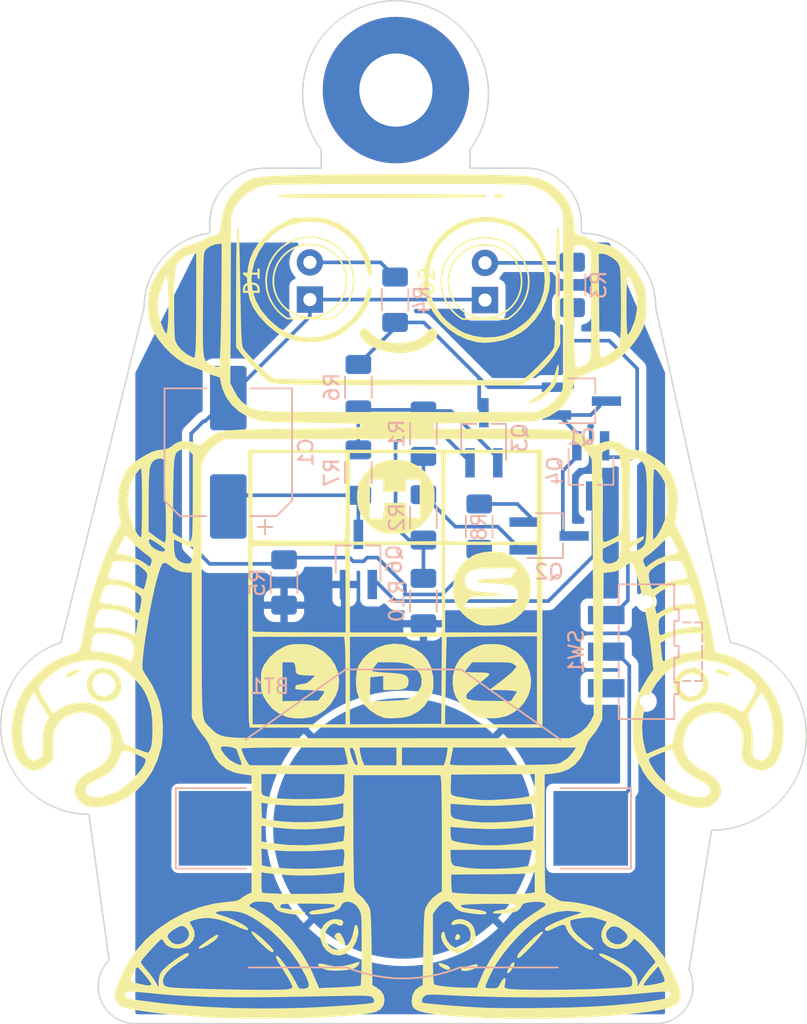
<source format=kicad_pcb>
(kicad_pcb (version 20221018) (generator pcbnew)
  (layers (0 "F.Cu" signal) (31 "B.Cu" signal) (34 "B.Paste" user) (35 "F.Paste" user) (36 "B.SilkS" user "B.Silkscreen") (37 "F.SilkS" user "F.Silkscreen") (38 "B.Mask" user) (39 "F.Mask" user) (44 "Edge.Cuts" user))
  (net 0 "")
  (net 1 "Net-(BT1-+)")
  (net 2 "GND")
  (net 3 "Net-(Q6-C)")
  (net 4 "Net-(D1-K)")
  (net 5 "Net-(D1-A)")
  (net 6 "Net-(D2-A)")
  (net 7 "Net-(Q2-E)")
  (net 8 "Net-(Q1-B)")
  (net 9 "Net-(Q2-B)")
  (net 10 "Net-(Q3-B)")
  (net 11 "Net-(Q3-E)")
  (net 12 "Net-(Q4-C)")
  (net 13 "Net-(Q1-E)")
  (footprint "LED_THT:LED_D5.0mm" (layer "F.Cu") (at 147.081544 83.941185 90)
    (fp_text reference "D2" (at 1.27 -3.96 90) (layer "F.SilkS"))
    (fp_text value "LED")
    (pad "1" thru_hole rect (at 0 0 90) (size 1.8 1.8) (drill 0.9) (layers "*.Cu" "*.Mask") (net 4 "Net-(D1-K)"))
    (pad "2" thru_hole circle (at 2.54 0 90) (size 1.8 1.8) (drill 0.9) (layers "*.Cu" "*.Mask") (net 6 "Net-(D2-A)"))
  )
  (footprint "LED_THT:LED_D5.0mm" (layer "F.Cu") (at 135.11701 83.907577 90)
    (fp_text reference "D1" (at 1.27 -3.96 90) (layer "F.SilkS"))
    (fp_text value "LED")
    (pad "1" thru_hole rect (at 0 0 90) (size 1.8 1.8) (drill 0.9) (layers "*.Cu" "*.Mask") (net 4 "Net-(D1-K)"))
    (pad "2" thru_hole circle (at 2.54 0 90) (size 1.8 1.8) (drill 0.9) (layers "*.Cu" "*.Mask") (net 5 "Net-(D1-A)"))
  )
  (footprint "MountingHole:MountingHole_5mm_Pad" (layer "F.Cu") (at 140.994355 69.601674)
    (fp_text reference "REF**" (at 0 0.248326) (layer "F.SilkS"))
    (fp_text value "MountingHole_5mm_Pad")
    (pad "1" thru_hole circle (at 0 0) (size 10 10) (drill 5) (layers "*.Cu" "B.Mask"))
  )
  (footprint "cat:robot1_60_eye" (layer "F.Cu") (at 141.635051 103.761907)
    (fp_text reference "" (at 0 0) (layer "F.SilkS") (effects (font (size 1.5 1.5) (thickness 0.3))))
    (fp_text value "LOGO" hide)
  )
  (footprint "Resistor_SMD:R_1206_3216Metric_Pad1.30x1.75mm_HandSolder" (layer "B.Cu") (at 153.035 82.905 90)
    (fp_text reference "R3" (at 0 1.82 90) (layer "B.SilkS") (effects (justify mirror)))
    (fp_text value "100")
    (pad "1" smd roundrect (at -1.55 0 90) (size 1.3 1.75) (layers "B.Cu" "B.Paste" "B.Mask") (roundrect_rratio 0.1923076923) (net 13 "Net-(Q1-E)"))
    (pad "2" smd roundrect (at 1.55 0 90) (size 1.3 1.75) (layers "B.Cu" "B.Paste" "B.Mask") (roundrect_rratio 0.1923076923) (net 6 "Net-(D2-A)"))
  )
  (footprint "Button_Switch_SMD:SW_SPDT_CK-JS102011SAQN" (layer "B.Cu") (at 158.115 107.95 -90)
    (fp_text reference "SW1" (at 0 4.8 90) (layer "B.SilkS") (effects (justify mirror)))
    (fp_text value "SW_SPST")
    (pad "" np_thru_hole circle (at -3.4 0 270) (size 0.9 0.9) (drill 0.9) (layers "*.Cu" "*.Mask"))
    (pad "" np_thru_hole circle (at 3.4 0 270) (size 0.9 0.9) (drill 0.9) (layers "*.Cu" "*.Mask"))
    (pad "1" smd rect (at -2.5 2.75 270) (size 1.25 2.5) (layers "B.Cu" "B.Paste" "B.Mask") (net 13 "Net-(Q1-E)"))
    (pad "2" smd rect (at 0 2.75 270) (size 1.25 2.5) (layers "B.Cu" "B.Paste" "B.Mask") (net 1 "Net-(BT1-+)"))
    (pad "3" smd rect (at 2.5 2.75 270) (size 1.25 2.5) (layers "B.Cu" "B.Paste" "B.Mask"))
  )
  (footprint "Resistor_SMD:R_1206_3216Metric_Pad1.30x1.75mm_HandSolder" (layer "B.Cu") (at 142.875 104.495 -90)
    (fp_text reference "R10" (at 0 1.82 90) (layer "B.SilkS") (effects (justify mirror)))
    (fp_text value "20k")
    (pad "1" smd roundrect (at -1.55 0 270) (size 1.3 1.75) (layers "B.Cu" "B.Paste" "B.Mask") (roundrect_rratio 0.1923076923) (net 11 "Net-(Q3-E)"))
    (pad "2" smd roundrect (at 1.55 0 270) (size 1.3 1.75) (layers "B.Cu" "B.Paste" "B.Mask") (roundrect_rratio 0.1923076923) (net 2 "GND"))
  )
  (footprint "Package_TO_SOT_SMD:TSOT-23_HandSoldering" (layer "B.Cu") (at 147.005 93.345 90)
    (fp_text reference "Q3" (at 0 2.45 270) (layer "B.SilkS") (effects (justify mirror)))
    (fp_text value "MMBT3904")
    (pad "1" smd rect (at -1.71 0.95 90) (size 2 0.65) (layers "B.Cu" "B.Paste" "B.Mask") (net 10 "Net-(Q3-B)"))
    (pad "2" smd rect (at -1.71 -0.95 90) (size 2 0.65) (layers "B.Cu" "B.Paste" "B.Mask") (net 11 "Net-(Q3-E)"))
    (pad "3" smd rect (at 1.71 0 90) (size 2 0.65) (layers "B.Cu" "B.Paste" "B.Mask") (net 13 "Net-(Q1-E)"))
  )
  (footprint "Resistor_SMD:R_1206_3216Metric_Pad1.30x1.75mm_HandSolder" (layer "B.Cu") (at 142.875 98.78 -90)
    (fp_text reference "R2" (at 0 1.82 90) (layer "B.SilkS") (effects (justify mirror)))
    (fp_text value "10k")
    (pad "1" smd roundrect (at -1.55 0 270) (size 1.3 1.75) (layers "B.Cu" "B.Paste" "B.Mask") (roundrect_rratio 0.1923076923) (net 9 "Net-(Q2-B)"))
    (pad "2" smd roundrect (at 1.55 0 270) (size 1.3 1.75) (layers "B.Cu" "B.Paste" "B.Mask") (roundrect_rratio 0.1923076923) (net 11 "Net-(Q3-E)"))
  )
  (footprint "Resistor_SMD:R_1206_3216Metric_Pad1.30x1.75mm_HandSolder" (layer "B.Cu") (at 142.875 93.065 -90)
    (fp_text reference "R1" (at 0 1.82 90) (layer "B.SilkS") (effects (justify mirror)))
    (fp_text value "20k")
    (pad "1" smd roundrect (at -1.55 0 270) (size 1.3 1.75) (layers "B.Cu" "B.Paste" "B.Mask") (roundrect_rratio 0.1923076923) (net 10 "Net-(Q3-B)"))
    (pad "2" smd roundrect (at 1.55 0 270) (size 1.3 1.75) (layers "B.Cu" "B.Paste" "B.Mask") (roundrect_rratio 0.1923076923) (net 9 "Net-(Q2-B)"))
  )
  (footprint "Package_TO_SOT_SMD:TSOT-23_HandSoldering" (layer "B.Cu") (at 154.305 95.605 -90)
    (fp_text reference "Q4" (at 0 2.45 90) (layer "B.SilkS") (effects (justify mirror)))
    (fp_text value "MMBT3906")
    (pad "1" smd rect (at -1.71 0.95 270) (size 2 0.65) (layers "B.Cu" "B.Paste" "B.Mask") (net 8 "Net-(Q1-B)"))
    (pad "2" smd rect (at -1.71 -0.95 270) (size 2 0.65) (layers "B.Cu" "B.Paste" "B.Mask") (net 13 "Net-(Q1-E)"))
    (pad "3" smd rect (at 1.71 0 270) (size 2 0.65) (layers "B.Cu" "B.Paste" "B.Mask") (net 12 "Net-(Q4-C)"))
  )
  (footprint "Battery:BatteryHolder_Keystone_3002_1x2032" (layer "B.Cu") (at 141.505 120.015)
    (fp_text reference "BT1" (at -9.15 -9.7) (layer "B.SilkS") (effects (justify mirror)))
    (fp_text value "Battery_Cell")
    (pad "1" smd rect (at -12.8 0) (size 5.1 5.1) (layers "B.Cu" "B.Paste" "B.Mask") (net 1 "Net-(BT1-+)"))
    (pad "1" smd rect (at 12.8 0) (size 5.1 5.1) (layers "B.Cu" "B.Paste" "B.Mask") (net 1 "Net-(BT1-+)"))
    (pad "2" smd circle (at 0 0) (size 17.8 17.8) (layers "B.Cu" "B.Mask") (net 2 "GND"))
  )
  (footprint "Package_TO_SOT_SMD:TSOT-23_HandSoldering" (layer "B.Cu") (at 151.4625 100.05)
    (fp_text reference "Q2" (at 0 2.45 180) (layer "B.SilkS") (effects (justify mirror)))
    (fp_text value "MMBT3904")
    (pad "1" smd rect (at -1.71 0.95) (size 2 0.65) (layers "B.Cu" "B.Paste" "B.Mask") (net 9 "Net-(Q2-B)"))
    (pad "2" smd rect (at -1.71 -0.95) (size 2 0.65) (layers "B.Cu" "B.Paste" "B.Mask") (net 7 "Net-(Q2-E)"))
    (pad "3" smd rect (at 1.71 0) (size 2 0.65) (layers "B.Cu" "B.Paste" "B.Mask") (net 8 "Net-(Q1-B)"))
  )
  (footprint "Resistor_SMD:R_1206_3216Metric_Pad1.30x1.75mm_HandSolder" (layer "B.Cu") (at 140.93799 83.919022 90)
    (fp_text reference "R4" (at 0 1.82 90) (layer "B.SilkS") (effects (justify mirror)))
    (fp_text value "100")
    (pad "1" smd roundrect (at -1.55 0 90) (size 1.3 1.75) (layers "B.Cu" "B.Paste" "B.Mask") (roundrect_rratio 0.1923076923) (net 13 "Net-(Q1-E)"))
    (pad "2" smd roundrect (at 1.55 0 90) (size 1.3 1.75) (layers "B.Cu" "B.Paste" "B.Mask") (roundrect_rratio 0.1923076923) (net 5 "Net-(D1-A)"))
  )
  (footprint "Resistor_SMD:R_1206_3216Metric_Pad1.30x1.75mm_HandSolder" (layer "B.Cu") (at 146.685 99.415 -90)
    (fp_text reference "R8" (at 0 0 90) (layer "B.SilkS") (effects (justify mirror)))
    (fp_text value "100")
    (pad "1" smd roundrect (at -1.55 0 270) (size 1.3 1.75) (layers "B.Cu" "B.Paste" "B.Mask") (roundrect_rratio 0.1923076923) (net 7 "Net-(Q2-E)"))
    (pad "2" smd roundrect (at 1.55 0 270) (size 1.3 1.75) (layers "B.Cu" "B.Paste" "B.Mask") (roundrect_rratio 0.1923076923) (net 4 "Net-(D1-K)"))
  )
  (footprint "Resistor_SMD:R_1206_3216Metric_Pad1.30x1.75mm_HandSolder" (layer "B.Cu") (at 133.35 103.225 -90)
    (fp_text reference "R5" (at 0 1.82 90) (layer "B.SilkS") (effects (justify mirror)))
    (fp_text value "20k")
    (pad "1" smd roundrect (at -1.55 0 270) (size 1.3 1.75) (layers "B.Cu" "B.Paste" "B.Mask") (roundrect_rratio 0.1923076923) (net 4 "Net-(D1-K)"))
    (pad "2" smd roundrect (at 1.55 0 270) (size 1.3 1.75) (layers "B.Cu" "B.Paste" "B.Mask") (roundrect_rratio 0.1923076923) (net 2 "GND"))
  )
  (footprint "Package_TO_SOT_SMD:TSOT-23_HandSoldering" (layer "B.Cu") (at 153.67 90.84)
    (fp_text reference "Q1" (at 0 2.45 180) (layer "B.SilkS") (effects (justify mirror)))
    (fp_text value "MMBT3906")
    (pad "1" smd rect (at -1.71 0.95) (size 2 0.65) (layers "B.Cu" "B.Paste" "B.Mask") (net 8 "Net-(Q1-B)"))
    (pad "2" smd rect (at -1.71 -0.95) (size 2 0.65) (layers "B.Cu" "B.Paste" "B.Mask") (net 13 "Net-(Q1-E)"))
    (pad "3" smd rect (at 1.71 0) (size 2 0.65) (layers "B.Cu" "B.Paste" "B.Mask") (net 8 "Net-(Q1-B)"))
  )
  (footprint "Resistor_SMD:R_1206_3216Metric_Pad1.30x1.75mm_HandSolder" (layer "B.Cu") (at 138.43 89.89 -90)
    (fp_text reference "R6" (at 0 1.82 90) (layer "B.SilkS") (effects (justify mirror)))
    (fp_text value "390")
    (pad "1" smd roundrect (at -1.55 0 270) (size 1.3 1.75) (layers "B.Cu" "B.Paste" "B.Mask") (roundrect_rratio 0.1923076923) (net 13 "Net-(Q1-E)"))
    (pad "2" smd roundrect (at 1.55 0 270) (size 1.3 1.75) (layers "B.Cu" "B.Paste" "B.Mask") (roundrect_rratio 0.1923076923) (net 10 "Net-(Q3-B)"))
  )
  (footprint "Resistor_SMD:R_1206_3216Metric_Pad1.30x1.75mm_HandSolder" (layer "B.Cu") (at 138.43 95.72 -90)
    (fp_text reference "R7" (at 0 1.82 90) (layer "B.SilkS") (effects (justify mirror)))
    (fp_text value "390")
    (pad "1" smd roundrect (at -1.55 0 270) (size 1.3 1.75) (layers "B.Cu" "B.Paste" "B.Mask") (roundrect_rratio 0.1923076923) (net 10 "Net-(Q3-B)"))
    (pad "2" smd roundrect (at 1.55 0 270) (size 1.3 1.75) (layers "B.Cu" "B.Paste" "B.Mask") (roundrect_rratio 0.1923076923) (net 3 "Net-(Q6-C)"))
  )
  (footprint "Package_TO_SOT_SMD:TSOT-23_HandSoldering" (layer "B.Cu") (at 138.43 101.6525 90)
    (fp_text reference "Q6" (at 0 2.45 270) (layer "B.SilkS") (effects (justify mirror)))
    (fp_text value "MMBT3904")
    (pad "1" smd rect (at -1.71 0.95 90) (size 2 0.65) (layers "B.Cu" "B.Paste" "B.Mask") (net 12 "Net-(Q4-C)"))
    (pad "2" smd rect (at -1.71 -0.95 90) (size 2 0.65) (layers "B.Cu" "B.Paste" "B.Mask") (net 2 "GND"))
    (pad "3" smd rect (at 1.71 0 90) (size 2 0.65) (layers "B.Cu" "B.Paste" "B.Mask") (net 3 "Net-(Q6-C)"))
  )
  (footprint "Capacitor_SMD:CP_Elec_8x10.5" (layer "B.Cu") (at 129.54 94.335 90)
    (fp_text reference "C1" (at 0 5.3 90) (layer "B.SilkS") (effects (justify mirror)))
    (fp_text value "200u")
    (pad "1" smd roundrect (at -3.7 0 90) (size 4.4 2.5) (layers "B.Cu" "B.Paste" "B.Mask") (roundrect_rratio 0.1) (net 3 "Net-(Q6-C)"))
    (pad "2" smd roundrect (at 3.7 0 90) (size 4.4 2.5) (layers "B.Cu" "B.Paste" "B.Mask") (roundrect_rratio 0.1) (net 4 "Net-(D1-K)"))
  )
  (gr_line (start 120.015 119.054138) (end 121.393949 129.013949) (stroke (width 0.1)) (layer "Edge.Cuts"))
  (gr_arc (start 161.021845 129.674077) (mid 160.910653 132.145357) (end 158.75 133.35) (stroke (width 0.1)) (layer "Edge.Cuts"))
  (gr_line (start 153.67 78.74) (end 153.67 79.375) (stroke (width 0.1)) (layer "Edge.Cuts"))
  (gr_arc (start 123.785467 84.455) (mid 125.066998 81.06688) (end 128.27 79.375001) (stroke (width 0.1)) (layer "Edge.Cuts"))
  (gr_arc (start 135.89 73.66) (mid 140.97 63.5) (end 146.05 73.66) (stroke (width 0.1)) (layer "Edge.Cuts"))
  (gr_line (start 149.86 74.93) (end 146.05 74.93) (stroke (width 0.1)) (layer "Edge.Cuts"))
  (gr_line (start 135.89 74.93) (end 132.08 74.93) (stroke (width 0.1)) (layer "Edge.Cuts"))
  (gr_line (start 163.83 107.315001) (end 158.75 84.455) (stroke (width 0.1)) (layer "Edge.Cuts"))
  (gr_arc (start 153.67 79.375) (mid 157.262102 80.862898) (end 158.75 84.455) (stroke (width 0.1)) (layer "Edge.Cuts"))
  (gr_line (start 146.05 74.93) (end 146.05 73.66) (stroke (width 0.1)) (layer "Edge.Cuts"))
  (gr_arc (start 128.27 78.74) (mid 129.385923 76.045923) (end 132.08 74.93) (stroke (width 0.1)) (layer "Edge.Cuts"))
  (gr_arc (start 120.015 119.054138) (mid 114.068649 113.99496) (end 118.11 107.315001) (stroke (width 0.1)) (layer "Edge.Cuts"))
  (gr_line (start 162.56 120.140754) (end 161.021845 129.674077) (stroke (width 0.1)) (layer "Edge.Cuts"))
  (gr_line (start 128.27 78.74) (end 128.27 79.375001) (stroke (width 0.1)) (layer "Edge.Cuts"))
  (gr_arc (start 149.86 74.93) (mid 152.554077 76.045923) (end 153.67 78.74) (stroke (width 0.1)) (layer "Edge.Cuts"))
  (gr_arc (start 123.19 133.35) (mid 120.843346 131.782016) (end 121.393949 129.013949) (stroke (width 0.1)) (layer "Edge.Cuts"))
  (gr_line (start 158.75 133.35) (end 123.19 133.35) (stroke (width 0.1)) (layer "Edge.Cuts"))
  (gr_arc (start 163.83 107.315001) (mid 169.004238 114.303105) (end 162.56 120.140754) (stroke (width 0.1)) (layer "Edge.Cuts"))
  (gr_line (start 123.785467 84.455) (end 118.11 107.315001) (stroke (width 0.1)) (layer "Edge.Cuts"))
  (gr_line (start 135.89 73.66) (end 135.89 74.93) (stroke (width 0.1)) (layer "Edge.Cuts"))
  (segment (start 155.365 110.45) (end 155.535 110.45) (width 0.25) (layer "B.Cu") (net 0))
  (segment (start 155.99 107.95) (end 156.94 108.9) (width 0.25) (layer "B.Cu") (net 1))
  (segment (start 156.94 117.38) (end 154.305 120.015) (width 0.25) (layer "B.Cu") (net 1))
  (segment (start 156.94 108.9) (end 156.94 117.38) (width 0.25) (layer "B.Cu") (net 1))
  (segment (start 155.365 107.95) (end 155.99 107.95) (width 0.25) (layer "B.Cu") (net 1))
  (segment (start 130.305 97.27) (end 129.54 98.035) (width 0.25) (layer "B.Cu") (net 3))
  (segment (start 138.43 97.27) (end 130.305 97.27) (width 0.25) (layer "B.Cu") (net 3))
  (segment (start 138.43 97.27) (end 138.43 100.715) (width 0.25) (layer "B.Cu") (net 3))
  (segment (start 127 93.065) (end 127 100.685) (width 0.25) (layer "B.Cu") (net 4))
  (segment (start 147.047936 83.907577) (end 147.081544 83.941185) (width 0.25) (layer "B.Cu") (net 4))
  (segment (start 135.11701 83.907577) (end 135.11701 85.05799) (width 0.25) (layer "B.Cu") (net 4))
  (segment (start 129.54 90.635) (end 127.965 92.21) (width 0.25) (layer "B.Cu") (net 4))
  (segment (start 139.726751 101.5275) (end 139.033249 101.5275) (width 0.25) (layer "B.Cu") (net 4))
  (segment (start 146.685 100.965) (end 146.685 101.505) (width 0.25) (layer "B.Cu") (net 4))
  (segment (start 144.145 104.045) (end 141.605 104.045) (width 0.25) (layer "B.Cu") (net 4))
  (segment (start 146.685 101.505) (end 144.145 104.045) (width 0.25) (layer "B.Cu") (net 4))
  (segment (start 137.826751 101.5275) (end 133.4975 101.5275) (width 0.25) (layer "B.Cu") (net 4))
  (segment (start 133.4975 101.5275) (end 133.35 101.675) (width 0.25) (layer "B.Cu") (net 4))
  (segment (start 135.11701 85.05799) (end 129.54 90.635) (width 0.25) (layer "B.Cu") (net 4))
  (segment (start 135.11701 83.907577) (end 147.047936 83.907577) (width 0.25) (layer "B.Cu") (net 4))
  (segment (start 141.605 104.045) (end 141.605 103.405749) (width 0.25) (layer "B.Cu") (net 4))
  (segment (start 141.605 103.405749) (end 139.726751 101.5275) (width 0.25) (layer "B.Cu") (net 4))
  (segment (start 138.076751 101.7775) (end 137.826751 101.5275) (width 0.25) (layer "B.Cu") (net 4))
  (segment (start 133.07 101.955) (end 133.35 101.675) (width 0.25) (layer "B.Cu") (net 4))
  (segment (start 138.783249 101.7775) (end 138.076751 101.7775) (width 0.25) (layer "B.Cu") (net 4))
  (segment (start 127 100.685) (end 128.27 101.955) (width 0.25) (layer "B.Cu") (net 4))
  (segment (start 139.033249 101.5275) (end 138.783249 101.7775) (width 0.25) (layer "B.Cu") (net 4))
  (segment (start 127.855 92.21) (end 127 93.065) (width 0.25) (layer "B.Cu") (net 4))
  (segment (start 127.965 92.21) (end 127.855 92.21) (width 0.25) (layer "B.Cu") (net 4))
  (segment (start 128.27 101.955) (end 133.07 101.955) (width 0.25) (layer "B.Cu") (net 4))
  (segment (start 135.11701 81.367577) (end 139.936545 81.367577) (width 0.25) (layer "B.Cu") (net 5))
  (segment (start 139.936545 81.367577) (end 140.93799 82.369022) (width 0.25) (layer "B.Cu") (net 5))
  (segment (start 147.081544 81.401185) (end 152.988815 81.401185) (width 0.25) (layer "B.Cu") (net 6))
  (segment (start 152.988815 81.401185) (end 153.035 81.355) (width 0.25) (layer "B.Cu") (net 6))
  (segment (start 149.29 97.865) (end 150.525 99.1) (width 0.25) (layer "B.Cu") (net 7))
  (segment (start 146.685 97.865) (end 149.29 97.865) (width 0.25) (layer "B.Cu") (net 7))
  (segment (start 154.3 91.79) (end 151.96 91.79) (width 0.25) (layer "B.Cu") (net 8))
  (segment (start 154.91 90.84) (end 154.91 91.19) (width 0.25) (layer "B.Cu") (net 8))
  (segment (start 154.91 91.19) (end 154.305 91.795) (width 0.25) (layer "B.Cu") (net 8))
  (segment (start 152.115 91.79) (end 153.3375 93.0125) (width 0.25) (layer "B.Cu") (net 8))
  (segment (start 151.96 91.79) (end 152.115 91.79) (width 0.25) (layer "B.Cu") (net 8))
  (segment (start 153.3375 94.6675) (end 152.4 95.605) (width 0.25) (layer "B.Cu") (net 8))
  (segment (start 152.4 95.605) (end 152.4 100.05) (width 0.25) (layer "B.Cu") (net 8))
  (segment (start 154.305 91.795) (end 154.3 91.79) (width 0.25) (layer "B.Cu") (net 8))
  (segment (start 153.3375 93.0125) (end 153.3375 94.6675) (width 0.25) (layer "B.Cu") (net 8))
  (segment (start 145.06 99.415) (end 142.875 97.23) (width 0.25) (layer "B.Cu") (net 9))
  (segment (start 150.525 101) (end 149.54 101) (width 0.25) (layer "B.Cu") (net 9))
  (segment (start 149.54 101) (end 147.955 99.415) (width 0.25) (layer "B.Cu") (net 9))
  (segment (start 142.875 97.23) (end 142.875 94.615) (width 0.25) (layer "B.Cu") (net 9))
  (segment (start 147.955 99.415) (end 145.06 99.415) (width 0.25) (layer "B.Cu") (net 9))
  (segment (start 144.752874 91.515) (end 142.875 91.515) (width 0.25) (layer "B.Cu") (net 10))
  (segment (start 138.43 91.44) (end 142.8 91.44) (width 0.25) (layer "B.Cu") (net 10))
  (segment (start 147.955 94.717126) (end 144.752874 91.515) (width 0.25) (layer "B.Cu") (net 10))
  (segment (start 147.955 94.97) (end 147.955 94.717126) (width 0.25) (layer "B.Cu") (net 10))
  (segment (start 142.8 91.44) (end 142.875 91.515) (width 0.25) (layer "B.Cu") (net 10))
  (segment (start 138.43 91.44) (end 138.43 94.17) (width 0.25) (layer "B.Cu") (net 10))
  (segment (start 142.875 100.33) (end 142.875 102.945) (width 0.25) (layer "B.Cu") (net 11))
  (segment (start 140.97 99.415) (end 141.885 100.33) (width 0.25) (layer "B.Cu") (net 11))
  (segment (start 140.97 93.7) (end 140.97 99.415) (width 0.25) (layer "B.Cu") (net 11))
  (segment (start 146.055 94.97) (end 146.05 94.97) (width 0.25) (layer "B.Cu") (net 11))
  (segment (start 141.605 93.065) (end 140.97 93.7) (width 0.25) (layer "B.Cu") (net 11))
  (segment (start 146.05 94.97) (end 144.145 93.065) (width 0.25) (layer "B.Cu") (net 11))
  (segment (start 141.885 100.33) (end 142.875 100.33) (width 0.25) (layer "B.Cu") (net 11))
  (segment (start 144.145 93.065) (end 141.605 93.065) (width 0.25) (layer "B.Cu") (net 11))
  (segment (start 154.4975 97.5075) (end 154.4975 101.4075) (width 0.25) (layer "B.Cu") (net 12))
  (segment (start 139.38 102.905) (end 139.38 102.59) (width 0.25) (layer "B.Cu") (net 12))
  (segment (start 151.41 104.495) (end 140.97 104.495) (width 0.25) (layer "B.Cu") (net 12))
  (segment (start 154.305 97.315) (end 154.4975 97.5075) (width 0.25) (layer "B.Cu") (net 12))
  (segment (start 154.4975 101.4075) (end 151.41 104.495) (width 0.25) (layer "B.Cu") (net 12))
  (segment (start 154.305 96.5425) (end 154.305 97.315) (width 0.25) (layer "B.Cu") (net 12))
  (segment (start 140.97 104.495) (end 139.38 102.905) (width 0.25) (layer "B.Cu") (net 12))
  (segment (start 153.035 84.455) (end 153.035 86.715) (width 0.25) (layer "B.Cu") (net 13))
  (segment (start 155.841726 105.45) (end 155.365 105.45) (width 0.25) (layer "B.Cu") (net 13))
  (segment (start 155.575 86.715) (end 157.48 88.62) (width 0.25) (layer "B.Cu") (net 13))
  (segment (start 156.845 94.97) (end 156.845 104.446726) (width 0.25) (layer "B.Cu") (net 13))
  (segment (start 156.5425 94.6675) (end 156.845 94.97) (width 0.25) (layer "B.Cu") (net 13))
  (segment (start 140.93799 85.469022) (end 140.93799 85.83201) (width 0.25) (layer "B.Cu") (net 13))
  (segment (start 153.035 86.715) (end 155.575 86.715) (width 0.25) (layer "B.Cu") (net 13))
  (segment (start 140.93799 85.469022) (end 142.899022 85.469022) (width 0.25) (layer "B.Cu") (net 13))
  (segment (start 140.93799 85.83201) (end 138.43 88.34) (width 0.25) (layer "B.Cu") (net 13))
  (segment (start 147.32 89.89) (end 146.685 89.255) (width 0.25) (layer "B.Cu") (net 13))
  (segment (start 157.48 94.335) (end 156.845 94.97) (width 0.25) (layer "B.Cu") (net 13))
  (segment (start 155.255 94.6675) (end 156.5425 94.6675) (width 0.25) (layer "B.Cu") (net 13))
  (segment (start 146.685 89.255) (end 146.685 91.315) (width 0.25) (layer "B.Cu") (net 13))
  (segment (start 146.685 91.315) (end 147.005 91.635) (width 0.25) (layer "B.Cu") (net 13))
  (segment (start 153.035 86.715) (end 153.035 89.89) (width 0.25) (layer "B.Cu") (net 13))
  (segment (start 153.035 89.89) (end 147.32 89.89) (width 0.25) (layer "B.Cu") (net 13))
  (segment (start 157.48 88.62) (end 157.48 94.335) (width 0.25) (layer "B.Cu") (net 13))
  (segment (start 156.845 104.446726) (end 155.841726 105.45) (width 0.25) (layer "B.Cu") (net 13))
  (segment (start 142.899022 85.469022) (end 146.685 89.255) (width 0.25) (layer "B.Cu") (net 13))
  (zone (net 2) (net_name "GND") (layer "B.Cu") (connect_pads (clearance 0.5)) (min_thickness 0.25) (fill yes (thermal_gap 0.5) (thermal_bridge_width 0.5))
    (polygon (pts (xy 127.635 80.01) (xy 155.575 80.01) (xy 159.385 88.9) (xy 159.385 132.715) (xy 123.19 132.715) (xy 123.19 88.9)))
  )
)
</source>
